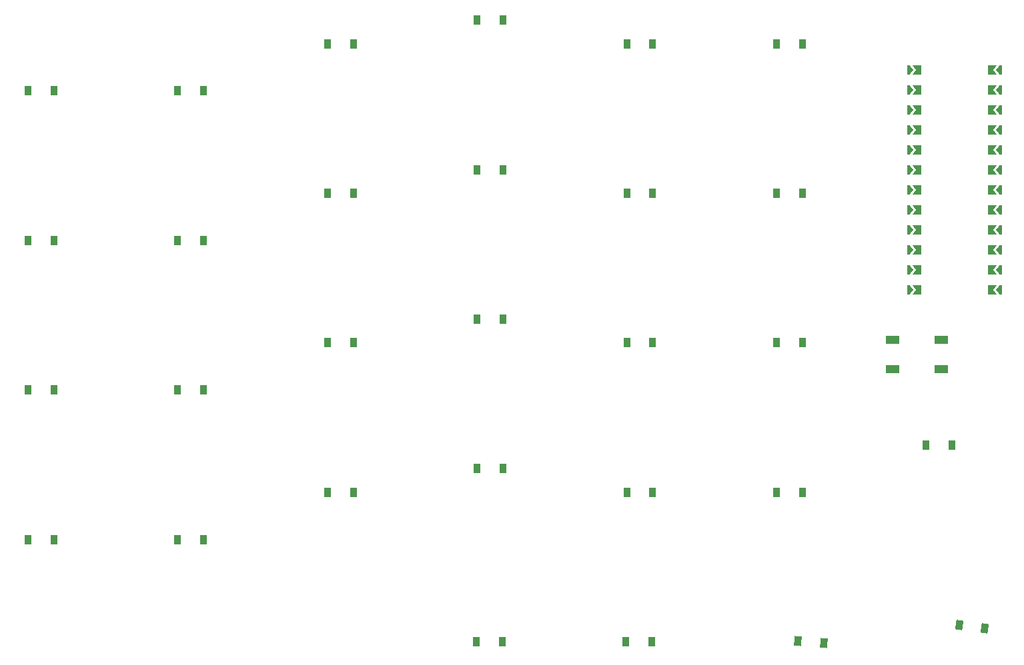
<source format=gbr>
%TF.GenerationSoftware,KiCad,Pcbnew,9.0.5*%
%TF.CreationDate,2025-11-01T14:53:46+08:00*%
%TF.ProjectId,main,6d61696e-2e6b-4696-9361-645f70636258,v1.0.0*%
%TF.SameCoordinates,Original*%
%TF.FileFunction,Paste,Top*%
%TF.FilePolarity,Positive*%
%FSLAX46Y46*%
G04 Gerber Fmt 4.6, Leading zero omitted, Abs format (unit mm)*
G04 Created by KiCad (PCBNEW 9.0.5) date 2025-11-01 14:53:46*
%MOMM*%
%LPD*%
G01*
G04 APERTURE LIST*
G04 Aperture macros list*
%AMRotRect*
0 Rectangle, with rotation*
0 The origin of the aperture is its center*
0 $1 length*
0 $2 width*
0 $3 Rotation angle, in degrees counterclockwise*
0 Add horizontal line*
21,1,$1,$2,0,0,$3*%
%AMFreePoly0*
4,1,6,0.250000,0.000000,-0.250000,-0.625000,-0.500000,-0.625000,-0.500000,0.625000,-0.250000,0.625000,0.250000,0.000000,0.250000,0.000000,$1*%
%AMFreePoly1*
4,1,6,0.500000,-0.625000,-0.650000,-0.625000,-0.150000,0.000000,-0.650000,0.625000,0.500000,0.625000,0.500000,-0.625000,0.500000,-0.625000,$1*%
G04 Aperture macros list end*
%ADD10R,1.800000X1.100000*%
%ADD11R,0.900000X1.200000*%
%ADD12RotRect,0.900000X1.200000X352.000000*%
%ADD13FreePoly0,180.000000*%
%ADD14FreePoly0,0.000000*%
%ADD15FreePoly1,180.000000*%
%ADD16FreePoly1,0.000000*%
%ADD17RotRect,0.900000X1.200000X355.000000*%
G04 APERTURE END LIST*
D10*
%TO.C,B1*%
X137692500Y-61130000D03*
X143892500Y-61130000D03*
X137692500Y-64830000D03*
X143892500Y-64830000D03*
%TD*%
D11*
%TO.C,D4*%
X27950000Y-29500000D03*
X31250000Y-29500000D03*
%TD*%
%TO.C,D2*%
X27950000Y-67500000D03*
X31250000Y-67500000D03*
%TD*%
%TO.C,D27*%
X103850000Y-99500000D03*
X107150000Y-99500000D03*
%TD*%
%TO.C,D25*%
X141950000Y-74500000D03*
X145250000Y-74500000D03*
%TD*%
D12*
%TO.C,D29*%
X146118616Y-97357951D03*
X149386500Y-97817223D03*
%TD*%
D11*
%TO.C,D8*%
X46950000Y-29500000D03*
X50250000Y-29500000D03*
%TD*%
%TO.C,D9*%
X65950000Y-80500000D03*
X69250000Y-80500000D03*
%TD*%
%TO.C,D15*%
X84950000Y-39500000D03*
X88250000Y-39500000D03*
%TD*%
%TO.C,D23*%
X122950000Y-42500000D03*
X126250000Y-42500000D03*
%TD*%
%TO.C,D7*%
X46950000Y-48500000D03*
X50250000Y-48500000D03*
%TD*%
%TO.C,D14*%
X84950000Y-58500000D03*
X88250000Y-58500000D03*
%TD*%
%TO.C,D16*%
X84950000Y-20500000D03*
X88250000Y-20500000D03*
%TD*%
%TO.C,D17*%
X103950000Y-80500000D03*
X107250000Y-80500000D03*
%TD*%
D13*
%TO.C,MCU1*%
X151055000Y-26800000D03*
X151055000Y-29340000D03*
X151055000Y-31880000D03*
X151055000Y-34420000D03*
X151055000Y-36960000D03*
X151055000Y-39500000D03*
X151055000Y-42040000D03*
X151055000Y-44580000D03*
X151055000Y-47120000D03*
X151055000Y-49660000D03*
X151055000Y-52200000D03*
X151055000Y-54740000D03*
D14*
X140055000Y-54740000D03*
X140055000Y-52200000D03*
X140055000Y-49660000D03*
X140055000Y-47120000D03*
X140055000Y-44580000D03*
X140055000Y-42040000D03*
X140055000Y-39500000D03*
X140055000Y-36960000D03*
X140055000Y-34420000D03*
X140055000Y-31880000D03*
X140055000Y-29340000D03*
X140055000Y-26800000D03*
D15*
X150330000Y-26800000D03*
X150330000Y-29340000D03*
X150330000Y-31880000D03*
X150330000Y-34420000D03*
X150330000Y-36960000D03*
X150330000Y-39500000D03*
X150330000Y-42040000D03*
X150330000Y-44580000D03*
X150330000Y-47120000D03*
X150330000Y-49660000D03*
X150330000Y-52200000D03*
X150330000Y-54740000D03*
D16*
X140780000Y-54740000D03*
X140780000Y-52200000D03*
X140780000Y-49660000D03*
X140780000Y-47120000D03*
X140780000Y-44580000D03*
X140780000Y-42040000D03*
X140780000Y-39500000D03*
X140780000Y-36960000D03*
X140780000Y-34420000D03*
X140780000Y-31880000D03*
X140780000Y-29340000D03*
X140780000Y-26800000D03*
%TD*%
D11*
%TO.C,D18*%
X103950000Y-61500000D03*
X107250000Y-61500000D03*
%TD*%
%TO.C,D19*%
X103950000Y-42500000D03*
X107250000Y-42500000D03*
%TD*%
%TO.C,D3*%
X27950000Y-48500000D03*
X31250000Y-48500000D03*
%TD*%
%TO.C,D22*%
X122950000Y-61500000D03*
X126250000Y-61500000D03*
%TD*%
%TO.C,D13*%
X84950000Y-77500000D03*
X88250000Y-77500000D03*
%TD*%
%TO.C,D6*%
X46950000Y-67500000D03*
X50250000Y-67500000D03*
%TD*%
%TO.C,D12*%
X65950000Y-23500000D03*
X69250000Y-23500000D03*
%TD*%
%TO.C,D20*%
X103950000Y-23500000D03*
X107250000Y-23500000D03*
%TD*%
%TO.C,D26*%
X84850000Y-99500000D03*
X88150000Y-99500000D03*
%TD*%
D17*
%TO.C,D28*%
X125640681Y-99390441D03*
X128928123Y-99678055D03*
%TD*%
D11*
%TO.C,D11*%
X65950000Y-42500000D03*
X69250000Y-42500000D03*
%TD*%
%TO.C,D1*%
X27950000Y-86500000D03*
X31250000Y-86500000D03*
%TD*%
%TO.C,D24*%
X122950000Y-23500000D03*
X126250000Y-23500000D03*
%TD*%
%TO.C,D21*%
X122950000Y-80500000D03*
X126250000Y-80500000D03*
%TD*%
%TO.C,D5*%
X46950000Y-86500000D03*
X50250000Y-86500000D03*
%TD*%
%TO.C,D10*%
X65950000Y-61500000D03*
X69250000Y-61500000D03*
%TD*%
M02*

</source>
